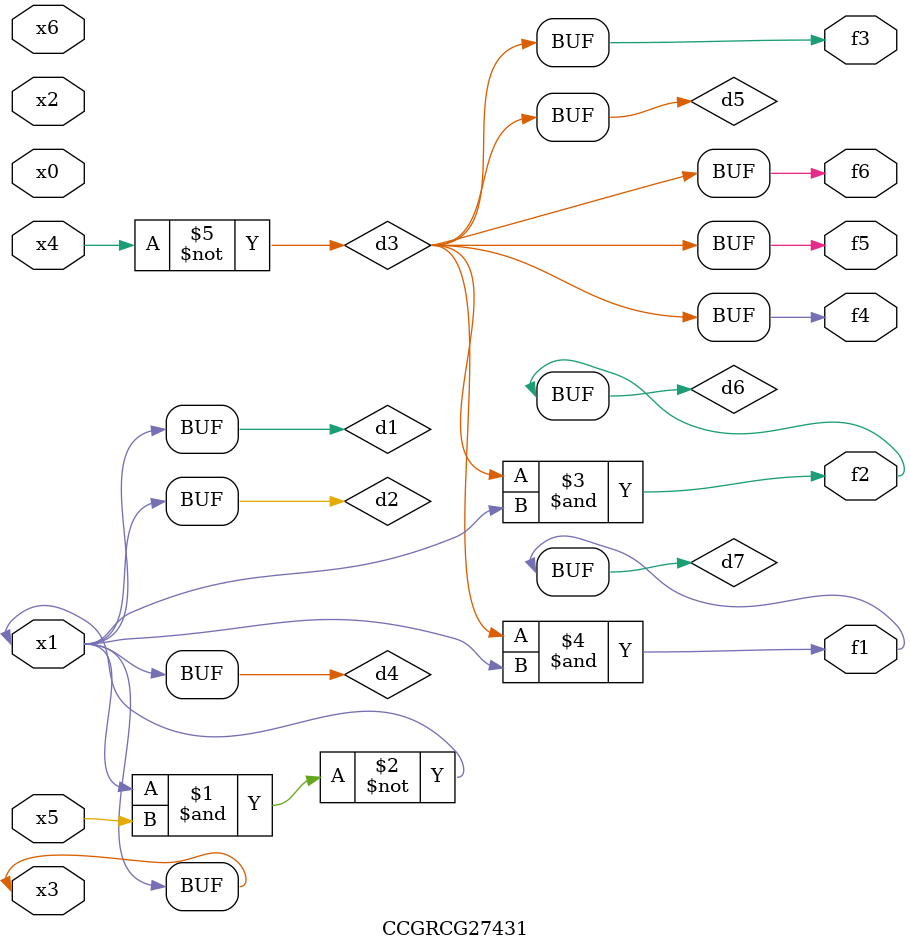
<source format=v>
module CCGRCG27431(
	input x0, x1, x2, x3, x4, x5, x6,
	output f1, f2, f3, f4, f5, f6
);

	wire d1, d2, d3, d4, d5, d6, d7;

	buf (d1, x1, x3);
	nand (d2, x1, x5);
	not (d3, x4);
	buf (d4, d1, d2);
	buf (d5, d3);
	and (d6, d3, d4);
	and (d7, d3, d4);
	assign f1 = d7;
	assign f2 = d6;
	assign f3 = d5;
	assign f4 = d5;
	assign f5 = d5;
	assign f6 = d5;
endmodule

</source>
